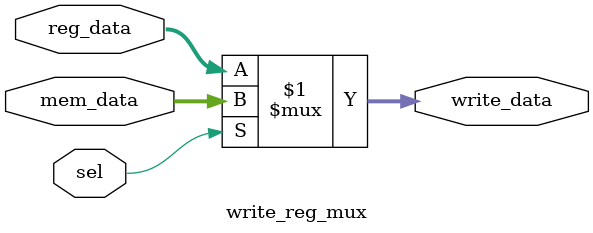
<source format=v>
`timescale 1ns / 1ps
module write_reg_mux(
    input [31:0]mem_data,
    input [31:0]reg_data,
    input sel,
    output [31:0]write_data
    );
	
	assign write_data = sel ? mem_data : reg_data;

endmodule

</source>
